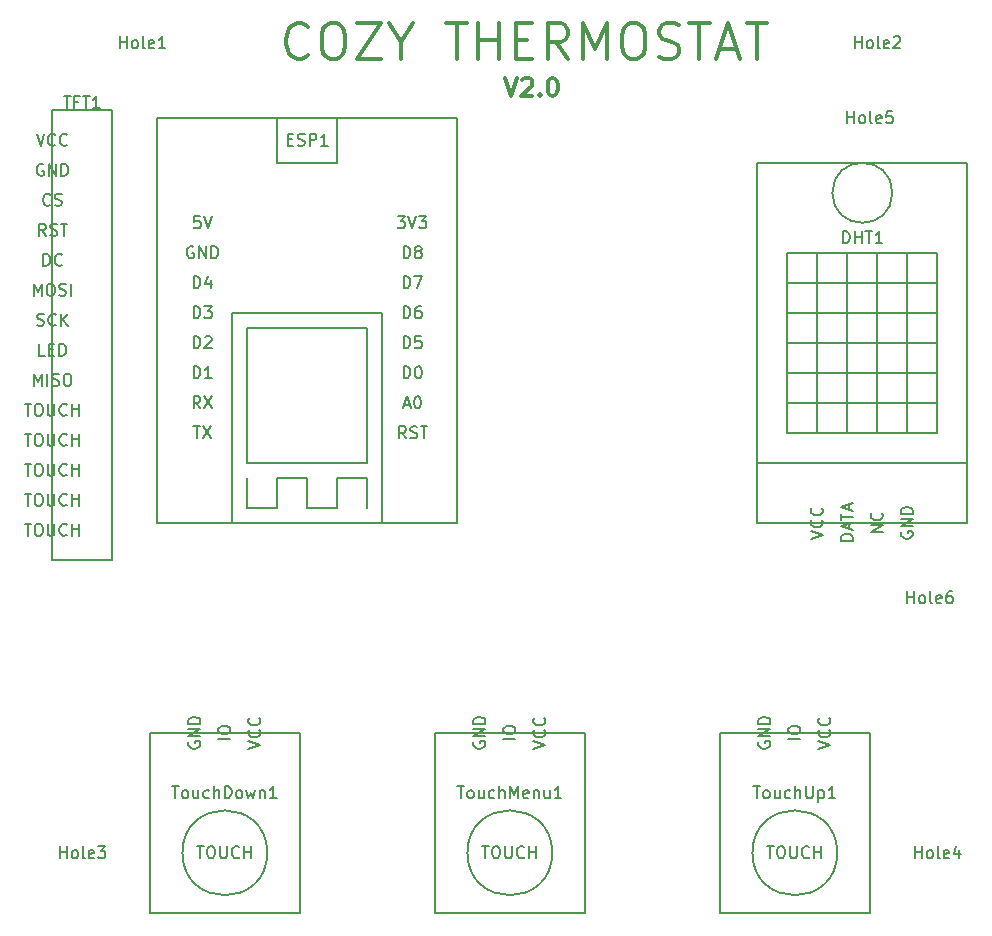
<source format=gbr>
G04 #@! TF.GenerationSoftware,KiCad,Pcbnew,(5.0.1)-3*
G04 #@! TF.CreationDate,2018-12-23T12:58:08+01:00*
G04 #@! TF.ProjectId,THERMOSTAT,544845524D4F535441542E6B69636164,rev?*
G04 #@! TF.SameCoordinates,Original*
G04 #@! TF.FileFunction,Legend,Top*
G04 #@! TF.FilePolarity,Positive*
%FSLAX46Y46*%
G04 Gerber Fmt 4.6, Leading zero omitted, Abs format (unit mm)*
G04 Created by KiCad (PCBNEW (5.0.1)-3) date 12/23/2018 12:58:08 PM*
%MOMM*%
%LPD*%
G01*
G04 APERTURE LIST*
%ADD10C,0.300000*%
%ADD11C,0.150000*%
G04 APERTURE END LIST*
D10*
X150114285Y-67123571D02*
X150614285Y-68623571D01*
X151114285Y-67123571D01*
X151542857Y-67266428D02*
X151614285Y-67195000D01*
X151757142Y-67123571D01*
X152114285Y-67123571D01*
X152257142Y-67195000D01*
X152328571Y-67266428D01*
X152400000Y-67409285D01*
X152400000Y-67552142D01*
X152328571Y-67766428D01*
X151471428Y-68623571D01*
X152400000Y-68623571D01*
X153042857Y-68480714D02*
X153114285Y-68552142D01*
X153042857Y-68623571D01*
X152971428Y-68552142D01*
X153042857Y-68480714D01*
X153042857Y-68623571D01*
X154042857Y-67123571D02*
X154185714Y-67123571D01*
X154328571Y-67195000D01*
X154400000Y-67266428D01*
X154471428Y-67409285D01*
X154542857Y-67695000D01*
X154542857Y-68052142D01*
X154471428Y-68337857D01*
X154400000Y-68480714D01*
X154328571Y-68552142D01*
X154185714Y-68623571D01*
X154042857Y-68623571D01*
X153900000Y-68552142D01*
X153828571Y-68480714D01*
X153757142Y-68337857D01*
X153685714Y-68052142D01*
X153685714Y-67695000D01*
X153757142Y-67409285D01*
X153828571Y-67266428D01*
X153900000Y-67195000D01*
X154042857Y-67123571D01*
X133407857Y-65206428D02*
X133265000Y-65349285D01*
X132836428Y-65492142D01*
X132550714Y-65492142D01*
X132122142Y-65349285D01*
X131836428Y-65063571D01*
X131693571Y-64777857D01*
X131550714Y-64206428D01*
X131550714Y-63777857D01*
X131693571Y-63206428D01*
X131836428Y-62920714D01*
X132122142Y-62635000D01*
X132550714Y-62492142D01*
X132836428Y-62492142D01*
X133265000Y-62635000D01*
X133407857Y-62777857D01*
X135265000Y-62492142D02*
X135836428Y-62492142D01*
X136122142Y-62635000D01*
X136407857Y-62920714D01*
X136550714Y-63492142D01*
X136550714Y-64492142D01*
X136407857Y-65063571D01*
X136122142Y-65349285D01*
X135836428Y-65492142D01*
X135265000Y-65492142D01*
X134979285Y-65349285D01*
X134693571Y-65063571D01*
X134550714Y-64492142D01*
X134550714Y-63492142D01*
X134693571Y-62920714D01*
X134979285Y-62635000D01*
X135265000Y-62492142D01*
X137550714Y-62492142D02*
X139550714Y-62492142D01*
X137550714Y-65492142D01*
X139550714Y-65492142D01*
X141265000Y-64063571D02*
X141265000Y-65492142D01*
X140265000Y-62492142D02*
X141265000Y-64063571D01*
X142265000Y-62492142D01*
X145122142Y-62492142D02*
X146836428Y-62492142D01*
X145979285Y-65492142D02*
X145979285Y-62492142D01*
X147836428Y-65492142D02*
X147836428Y-62492142D01*
X147836428Y-63920714D02*
X149550714Y-63920714D01*
X149550714Y-65492142D02*
X149550714Y-62492142D01*
X150979285Y-63920714D02*
X151979285Y-63920714D01*
X152407857Y-65492142D02*
X150979285Y-65492142D01*
X150979285Y-62492142D01*
X152407857Y-62492142D01*
X155407857Y-65492142D02*
X154407857Y-64063571D01*
X153693571Y-65492142D02*
X153693571Y-62492142D01*
X154836428Y-62492142D01*
X155122142Y-62635000D01*
X155265000Y-62777857D01*
X155407857Y-63063571D01*
X155407857Y-63492142D01*
X155265000Y-63777857D01*
X155122142Y-63920714D01*
X154836428Y-64063571D01*
X153693571Y-64063571D01*
X156693571Y-65492142D02*
X156693571Y-62492142D01*
X157693571Y-64635000D01*
X158693571Y-62492142D01*
X158693571Y-65492142D01*
X160693571Y-62492142D02*
X161265000Y-62492142D01*
X161550714Y-62635000D01*
X161836428Y-62920714D01*
X161979285Y-63492142D01*
X161979285Y-64492142D01*
X161836428Y-65063571D01*
X161550714Y-65349285D01*
X161265000Y-65492142D01*
X160693571Y-65492142D01*
X160407857Y-65349285D01*
X160122142Y-65063571D01*
X159979285Y-64492142D01*
X159979285Y-63492142D01*
X160122142Y-62920714D01*
X160407857Y-62635000D01*
X160693571Y-62492142D01*
X163122142Y-65349285D02*
X163550714Y-65492142D01*
X164265000Y-65492142D01*
X164550714Y-65349285D01*
X164693571Y-65206428D01*
X164836428Y-64920714D01*
X164836428Y-64635000D01*
X164693571Y-64349285D01*
X164550714Y-64206428D01*
X164265000Y-64063571D01*
X163693571Y-63920714D01*
X163407857Y-63777857D01*
X163265000Y-63635000D01*
X163122142Y-63349285D01*
X163122142Y-63063571D01*
X163265000Y-62777857D01*
X163407857Y-62635000D01*
X163693571Y-62492142D01*
X164407857Y-62492142D01*
X164836428Y-62635000D01*
X165693571Y-62492142D02*
X167407857Y-62492142D01*
X166550714Y-65492142D02*
X166550714Y-62492142D01*
X168265000Y-64635000D02*
X169693571Y-64635000D01*
X167979285Y-65492142D02*
X168979285Y-62492142D01*
X169979285Y-65492142D01*
X170550714Y-62492142D02*
X172265000Y-62492142D01*
X171407857Y-65492142D02*
X171407857Y-62492142D01*
D11*
G04 #@! TO.C,ESP1*
X130810000Y-74295000D02*
X130810000Y-70485000D01*
X135890000Y-74295000D02*
X130810000Y-74295000D01*
X135890000Y-70485000D02*
X135890000Y-74295000D01*
X138430000Y-100965000D02*
X138430000Y-103505000D01*
X135890000Y-100965000D02*
X138430000Y-100965000D01*
X135890000Y-103505000D02*
X135890000Y-100965000D01*
X133350000Y-103505000D02*
X135890000Y-103505000D01*
X133350000Y-100965000D02*
X133350000Y-103505000D01*
X130810000Y-100965000D02*
X133350000Y-100965000D01*
X130810000Y-103505000D02*
X130810000Y-100965000D01*
X128270000Y-103505000D02*
X130810000Y-103505000D01*
X128270000Y-100965000D02*
X128270000Y-103505000D01*
X138430000Y-99695000D02*
X138430000Y-98425000D01*
X128270000Y-99695000D02*
X138430000Y-99695000D01*
X128270000Y-88265000D02*
X128270000Y-99695000D01*
X138430000Y-88265000D02*
X128270000Y-88265000D01*
X138430000Y-98425000D02*
X138430000Y-88265000D01*
X127000000Y-104775000D02*
X138430000Y-104775000D01*
X127000000Y-86995000D02*
X127000000Y-104775000D01*
X128270000Y-86995000D02*
X127000000Y-86995000D01*
X139700000Y-86995000D02*
X128270000Y-86995000D01*
X139700000Y-104775000D02*
X139700000Y-86995000D01*
X146050000Y-70485000D02*
X146050000Y-104775000D01*
X120650000Y-70485000D02*
X146050000Y-70485000D01*
X120650000Y-104775000D02*
X120650000Y-70485000D01*
X146050000Y-104775000D02*
X120650000Y-104775000D01*
G04 #@! TO.C,TouchMenu1*
X154087102Y-132715000D02*
G75*
G03X154087102Y-132715000I-3592102J0D01*
G01*
X156845000Y-122555000D02*
X156845000Y-137795000D01*
X144145000Y-122555000D02*
X156845000Y-122555000D01*
X144145000Y-137795000D02*
X144145000Y-122555000D01*
X156845000Y-137795000D02*
X144145000Y-137795000D01*
G04 #@! TO.C,TouchUp1*
X178217102Y-132715000D02*
G75*
G03X178217102Y-132715000I-3592102J0D01*
G01*
X180975000Y-122555000D02*
X180975000Y-137795000D01*
X168275000Y-122555000D02*
X180975000Y-122555000D01*
X168275000Y-137795000D02*
X168275000Y-122555000D01*
X180975000Y-137795000D02*
X168275000Y-137795000D01*
G04 #@! TO.C,DHT1*
X184150000Y-97155000D02*
X184150000Y-81915000D01*
X181610000Y-97155000D02*
X184150000Y-97155000D01*
X181610000Y-81915000D02*
X181610000Y-97155000D01*
X179070000Y-81915000D02*
X181610000Y-81915000D01*
X179070000Y-97155000D02*
X179070000Y-81915000D01*
X176530000Y-97155000D02*
X179070000Y-97155000D01*
X176530000Y-81915000D02*
X176530000Y-97155000D01*
X173990000Y-81915000D02*
X173990000Y-94615000D01*
X186690000Y-81915000D02*
X173990000Y-81915000D01*
X186690000Y-97155000D02*
X186690000Y-81915000D01*
X173990000Y-97155000D02*
X186690000Y-97155000D01*
X173990000Y-94615000D02*
X173990000Y-97155000D01*
X186690000Y-94615000D02*
X173990000Y-94615000D01*
X186690000Y-92075000D02*
X186690000Y-94615000D01*
X173990000Y-92075000D02*
X186690000Y-92075000D01*
X173990000Y-89535000D02*
X173990000Y-92075000D01*
X186690000Y-89535000D02*
X173990000Y-89535000D01*
X186690000Y-86995000D02*
X186690000Y-89535000D01*
X173990000Y-86995000D02*
X186690000Y-86995000D01*
X173990000Y-84455000D02*
X173990000Y-86995000D01*
X186690000Y-84455000D02*
X173990000Y-84455000D01*
X186690000Y-81915000D02*
X186690000Y-84455000D01*
X173990000Y-81915000D02*
X186690000Y-81915000D01*
X182880000Y-76835000D02*
G75*
G03X182880000Y-76835000I-2540000J0D01*
G01*
X189230000Y-104775000D02*
X189230000Y-99695000D01*
X171450000Y-104775000D02*
X189230000Y-104775000D01*
X171450000Y-99695000D02*
X171450000Y-104775000D01*
X171450000Y-99695000D02*
X171450000Y-74295000D01*
X189230000Y-99695000D02*
X171450000Y-99695000D01*
X189230000Y-74295000D02*
X189230000Y-99695000D01*
X171450000Y-74295000D02*
X189230000Y-74295000D01*
G04 #@! TO.C,TouchDown1*
X129957102Y-132715000D02*
G75*
G03X129957102Y-132715000I-3592102J0D01*
G01*
X132715000Y-122555000D02*
X132715000Y-137795000D01*
X120015000Y-122555000D02*
X132715000Y-122555000D01*
X120015000Y-137795000D02*
X120015000Y-122555000D01*
X132715000Y-137795000D02*
X120015000Y-137795000D01*
G04 #@! TO.C,TFT1*
X111760000Y-107950000D02*
X116840000Y-107950000D01*
X116840000Y-69850000D02*
X116840000Y-107950000D01*
X111760000Y-69850000D02*
X116840000Y-69850000D01*
X111760000Y-107950000D02*
X111760000Y-69850000D01*
G04 #@! TO.C,ESP1*
X131683333Y-72318571D02*
X132016666Y-72318571D01*
X132159523Y-72842380D02*
X131683333Y-72842380D01*
X131683333Y-71842380D01*
X132159523Y-71842380D01*
X132540476Y-72794761D02*
X132683333Y-72842380D01*
X132921428Y-72842380D01*
X133016666Y-72794761D01*
X133064285Y-72747142D01*
X133111904Y-72651904D01*
X133111904Y-72556666D01*
X133064285Y-72461428D01*
X133016666Y-72413809D01*
X132921428Y-72366190D01*
X132730952Y-72318571D01*
X132635714Y-72270952D01*
X132588095Y-72223333D01*
X132540476Y-72128095D01*
X132540476Y-72032857D01*
X132588095Y-71937619D01*
X132635714Y-71890000D01*
X132730952Y-71842380D01*
X132969047Y-71842380D01*
X133111904Y-71890000D01*
X133540476Y-72842380D02*
X133540476Y-71842380D01*
X133921428Y-71842380D01*
X134016666Y-71890000D01*
X134064285Y-71937619D01*
X134111904Y-72032857D01*
X134111904Y-72175714D01*
X134064285Y-72270952D01*
X134016666Y-72318571D01*
X133921428Y-72366190D01*
X133540476Y-72366190D01*
X135064285Y-72842380D02*
X134492857Y-72842380D01*
X134778571Y-72842380D02*
X134778571Y-71842380D01*
X134683333Y-71985238D01*
X134588095Y-72080476D01*
X134492857Y-72128095D01*
X141001904Y-78827380D02*
X141620952Y-78827380D01*
X141287619Y-79208333D01*
X141430476Y-79208333D01*
X141525714Y-79255952D01*
X141573333Y-79303571D01*
X141620952Y-79398809D01*
X141620952Y-79636904D01*
X141573333Y-79732142D01*
X141525714Y-79779761D01*
X141430476Y-79827380D01*
X141144761Y-79827380D01*
X141049523Y-79779761D01*
X141001904Y-79732142D01*
X141906666Y-78827380D02*
X142240000Y-79827380D01*
X142573333Y-78827380D01*
X142811428Y-78827380D02*
X143430476Y-78827380D01*
X143097142Y-79208333D01*
X143240000Y-79208333D01*
X143335238Y-79255952D01*
X143382857Y-79303571D01*
X143430476Y-79398809D01*
X143430476Y-79636904D01*
X143382857Y-79732142D01*
X143335238Y-79779761D01*
X143240000Y-79827380D01*
X142954285Y-79827380D01*
X142859047Y-79779761D01*
X142811428Y-79732142D01*
X141501904Y-82367380D02*
X141501904Y-81367380D01*
X141740000Y-81367380D01*
X141882857Y-81415000D01*
X141978095Y-81510238D01*
X142025714Y-81605476D01*
X142073333Y-81795952D01*
X142073333Y-81938809D01*
X142025714Y-82129285D01*
X141978095Y-82224523D01*
X141882857Y-82319761D01*
X141740000Y-82367380D01*
X141501904Y-82367380D01*
X142644761Y-81795952D02*
X142549523Y-81748333D01*
X142501904Y-81700714D01*
X142454285Y-81605476D01*
X142454285Y-81557857D01*
X142501904Y-81462619D01*
X142549523Y-81415000D01*
X142644761Y-81367380D01*
X142835238Y-81367380D01*
X142930476Y-81415000D01*
X142978095Y-81462619D01*
X143025714Y-81557857D01*
X143025714Y-81605476D01*
X142978095Y-81700714D01*
X142930476Y-81748333D01*
X142835238Y-81795952D01*
X142644761Y-81795952D01*
X142549523Y-81843571D01*
X142501904Y-81891190D01*
X142454285Y-81986428D01*
X142454285Y-82176904D01*
X142501904Y-82272142D01*
X142549523Y-82319761D01*
X142644761Y-82367380D01*
X142835238Y-82367380D01*
X142930476Y-82319761D01*
X142978095Y-82272142D01*
X143025714Y-82176904D01*
X143025714Y-81986428D01*
X142978095Y-81891190D01*
X142930476Y-81843571D01*
X142835238Y-81795952D01*
X141501904Y-84907380D02*
X141501904Y-83907380D01*
X141740000Y-83907380D01*
X141882857Y-83955000D01*
X141978095Y-84050238D01*
X142025714Y-84145476D01*
X142073333Y-84335952D01*
X142073333Y-84478809D01*
X142025714Y-84669285D01*
X141978095Y-84764523D01*
X141882857Y-84859761D01*
X141740000Y-84907380D01*
X141501904Y-84907380D01*
X142406666Y-83907380D02*
X143073333Y-83907380D01*
X142644761Y-84907380D01*
X141501904Y-87447380D02*
X141501904Y-86447380D01*
X141740000Y-86447380D01*
X141882857Y-86495000D01*
X141978095Y-86590238D01*
X142025714Y-86685476D01*
X142073333Y-86875952D01*
X142073333Y-87018809D01*
X142025714Y-87209285D01*
X141978095Y-87304523D01*
X141882857Y-87399761D01*
X141740000Y-87447380D01*
X141501904Y-87447380D01*
X142930476Y-86447380D02*
X142740000Y-86447380D01*
X142644761Y-86495000D01*
X142597142Y-86542619D01*
X142501904Y-86685476D01*
X142454285Y-86875952D01*
X142454285Y-87256904D01*
X142501904Y-87352142D01*
X142549523Y-87399761D01*
X142644761Y-87447380D01*
X142835238Y-87447380D01*
X142930476Y-87399761D01*
X142978095Y-87352142D01*
X143025714Y-87256904D01*
X143025714Y-87018809D01*
X142978095Y-86923571D01*
X142930476Y-86875952D01*
X142835238Y-86828333D01*
X142644761Y-86828333D01*
X142549523Y-86875952D01*
X142501904Y-86923571D01*
X142454285Y-87018809D01*
X141501904Y-89987380D02*
X141501904Y-88987380D01*
X141740000Y-88987380D01*
X141882857Y-89035000D01*
X141978095Y-89130238D01*
X142025714Y-89225476D01*
X142073333Y-89415952D01*
X142073333Y-89558809D01*
X142025714Y-89749285D01*
X141978095Y-89844523D01*
X141882857Y-89939761D01*
X141740000Y-89987380D01*
X141501904Y-89987380D01*
X142978095Y-88987380D02*
X142501904Y-88987380D01*
X142454285Y-89463571D01*
X142501904Y-89415952D01*
X142597142Y-89368333D01*
X142835238Y-89368333D01*
X142930476Y-89415952D01*
X142978095Y-89463571D01*
X143025714Y-89558809D01*
X143025714Y-89796904D01*
X142978095Y-89892142D01*
X142930476Y-89939761D01*
X142835238Y-89987380D01*
X142597142Y-89987380D01*
X142501904Y-89939761D01*
X142454285Y-89892142D01*
X141501904Y-92527380D02*
X141501904Y-91527380D01*
X141740000Y-91527380D01*
X141882857Y-91575000D01*
X141978095Y-91670238D01*
X142025714Y-91765476D01*
X142073333Y-91955952D01*
X142073333Y-92098809D01*
X142025714Y-92289285D01*
X141978095Y-92384523D01*
X141882857Y-92479761D01*
X141740000Y-92527380D01*
X141501904Y-92527380D01*
X142692380Y-91527380D02*
X142787619Y-91527380D01*
X142882857Y-91575000D01*
X142930476Y-91622619D01*
X142978095Y-91717857D01*
X143025714Y-91908333D01*
X143025714Y-92146428D01*
X142978095Y-92336904D01*
X142930476Y-92432142D01*
X142882857Y-92479761D01*
X142787619Y-92527380D01*
X142692380Y-92527380D01*
X142597142Y-92479761D01*
X142549523Y-92432142D01*
X142501904Y-92336904D01*
X142454285Y-92146428D01*
X142454285Y-91908333D01*
X142501904Y-91717857D01*
X142549523Y-91622619D01*
X142597142Y-91575000D01*
X142692380Y-91527380D01*
X141525714Y-94781666D02*
X142001904Y-94781666D01*
X141430476Y-95067380D02*
X141763809Y-94067380D01*
X142097142Y-95067380D01*
X142620952Y-94067380D02*
X142716190Y-94067380D01*
X142811428Y-94115000D01*
X142859047Y-94162619D01*
X142906666Y-94257857D01*
X142954285Y-94448333D01*
X142954285Y-94686428D01*
X142906666Y-94876904D01*
X142859047Y-94972142D01*
X142811428Y-95019761D01*
X142716190Y-95067380D01*
X142620952Y-95067380D01*
X142525714Y-95019761D01*
X142478095Y-94972142D01*
X142430476Y-94876904D01*
X142382857Y-94686428D01*
X142382857Y-94448333D01*
X142430476Y-94257857D01*
X142478095Y-94162619D01*
X142525714Y-94115000D01*
X142620952Y-94067380D01*
X141692380Y-97607380D02*
X141359047Y-97131190D01*
X141120952Y-97607380D02*
X141120952Y-96607380D01*
X141501904Y-96607380D01*
X141597142Y-96655000D01*
X141644761Y-96702619D01*
X141692380Y-96797857D01*
X141692380Y-96940714D01*
X141644761Y-97035952D01*
X141597142Y-97083571D01*
X141501904Y-97131190D01*
X141120952Y-97131190D01*
X142073333Y-97559761D02*
X142216190Y-97607380D01*
X142454285Y-97607380D01*
X142549523Y-97559761D01*
X142597142Y-97512142D01*
X142644761Y-97416904D01*
X142644761Y-97321666D01*
X142597142Y-97226428D01*
X142549523Y-97178809D01*
X142454285Y-97131190D01*
X142263809Y-97083571D01*
X142168571Y-97035952D01*
X142120952Y-96988333D01*
X142073333Y-96893095D01*
X142073333Y-96797857D01*
X142120952Y-96702619D01*
X142168571Y-96655000D01*
X142263809Y-96607380D01*
X142501904Y-96607380D01*
X142644761Y-96655000D01*
X142930476Y-96607380D02*
X143501904Y-96607380D01*
X143216190Y-97607380D02*
X143216190Y-96607380D01*
X124269523Y-78827380D02*
X123793333Y-78827380D01*
X123745714Y-79303571D01*
X123793333Y-79255952D01*
X123888571Y-79208333D01*
X124126666Y-79208333D01*
X124221904Y-79255952D01*
X124269523Y-79303571D01*
X124317142Y-79398809D01*
X124317142Y-79636904D01*
X124269523Y-79732142D01*
X124221904Y-79779761D01*
X124126666Y-79827380D01*
X123888571Y-79827380D01*
X123793333Y-79779761D01*
X123745714Y-79732142D01*
X124602857Y-78827380D02*
X124936190Y-79827380D01*
X125269523Y-78827380D01*
X123698095Y-81415000D02*
X123602857Y-81367380D01*
X123460000Y-81367380D01*
X123317142Y-81415000D01*
X123221904Y-81510238D01*
X123174285Y-81605476D01*
X123126666Y-81795952D01*
X123126666Y-81938809D01*
X123174285Y-82129285D01*
X123221904Y-82224523D01*
X123317142Y-82319761D01*
X123460000Y-82367380D01*
X123555238Y-82367380D01*
X123698095Y-82319761D01*
X123745714Y-82272142D01*
X123745714Y-81938809D01*
X123555238Y-81938809D01*
X124174285Y-82367380D02*
X124174285Y-81367380D01*
X124745714Y-82367380D01*
X124745714Y-81367380D01*
X125221904Y-82367380D02*
X125221904Y-81367380D01*
X125460000Y-81367380D01*
X125602857Y-81415000D01*
X125698095Y-81510238D01*
X125745714Y-81605476D01*
X125793333Y-81795952D01*
X125793333Y-81938809D01*
X125745714Y-82129285D01*
X125698095Y-82224523D01*
X125602857Y-82319761D01*
X125460000Y-82367380D01*
X125221904Y-82367380D01*
X123721904Y-84907380D02*
X123721904Y-83907380D01*
X123960000Y-83907380D01*
X124102857Y-83955000D01*
X124198095Y-84050238D01*
X124245714Y-84145476D01*
X124293333Y-84335952D01*
X124293333Y-84478809D01*
X124245714Y-84669285D01*
X124198095Y-84764523D01*
X124102857Y-84859761D01*
X123960000Y-84907380D01*
X123721904Y-84907380D01*
X125150476Y-84240714D02*
X125150476Y-84907380D01*
X124912380Y-83859761D02*
X124674285Y-84574047D01*
X125293333Y-84574047D01*
X123721904Y-87447380D02*
X123721904Y-86447380D01*
X123960000Y-86447380D01*
X124102857Y-86495000D01*
X124198095Y-86590238D01*
X124245714Y-86685476D01*
X124293333Y-86875952D01*
X124293333Y-87018809D01*
X124245714Y-87209285D01*
X124198095Y-87304523D01*
X124102857Y-87399761D01*
X123960000Y-87447380D01*
X123721904Y-87447380D01*
X124626666Y-86447380D02*
X125245714Y-86447380D01*
X124912380Y-86828333D01*
X125055238Y-86828333D01*
X125150476Y-86875952D01*
X125198095Y-86923571D01*
X125245714Y-87018809D01*
X125245714Y-87256904D01*
X125198095Y-87352142D01*
X125150476Y-87399761D01*
X125055238Y-87447380D01*
X124769523Y-87447380D01*
X124674285Y-87399761D01*
X124626666Y-87352142D01*
X123721904Y-89987380D02*
X123721904Y-88987380D01*
X123960000Y-88987380D01*
X124102857Y-89035000D01*
X124198095Y-89130238D01*
X124245714Y-89225476D01*
X124293333Y-89415952D01*
X124293333Y-89558809D01*
X124245714Y-89749285D01*
X124198095Y-89844523D01*
X124102857Y-89939761D01*
X123960000Y-89987380D01*
X123721904Y-89987380D01*
X124674285Y-89082619D02*
X124721904Y-89035000D01*
X124817142Y-88987380D01*
X125055238Y-88987380D01*
X125150476Y-89035000D01*
X125198095Y-89082619D01*
X125245714Y-89177857D01*
X125245714Y-89273095D01*
X125198095Y-89415952D01*
X124626666Y-89987380D01*
X125245714Y-89987380D01*
X123721904Y-92527380D02*
X123721904Y-91527380D01*
X123960000Y-91527380D01*
X124102857Y-91575000D01*
X124198095Y-91670238D01*
X124245714Y-91765476D01*
X124293333Y-91955952D01*
X124293333Y-92098809D01*
X124245714Y-92289285D01*
X124198095Y-92384523D01*
X124102857Y-92479761D01*
X123960000Y-92527380D01*
X123721904Y-92527380D01*
X125245714Y-92527380D02*
X124674285Y-92527380D01*
X124960000Y-92527380D02*
X124960000Y-91527380D01*
X124864761Y-91670238D01*
X124769523Y-91765476D01*
X124674285Y-91813095D01*
X124293333Y-95067380D02*
X123960000Y-94591190D01*
X123721904Y-95067380D02*
X123721904Y-94067380D01*
X124102857Y-94067380D01*
X124198095Y-94115000D01*
X124245714Y-94162619D01*
X124293333Y-94257857D01*
X124293333Y-94400714D01*
X124245714Y-94495952D01*
X124198095Y-94543571D01*
X124102857Y-94591190D01*
X123721904Y-94591190D01*
X124626666Y-94067380D02*
X125293333Y-95067380D01*
X125293333Y-94067380D02*
X124626666Y-95067380D01*
X123698095Y-96607380D02*
X124269523Y-96607380D01*
X123983809Y-97607380D02*
X123983809Y-96607380D01*
X124507619Y-96607380D02*
X125174285Y-97607380D01*
X125174285Y-96607380D02*
X124507619Y-97607380D01*
G04 #@! TO.C,TouchMenu1*
X146042619Y-127087380D02*
X146614047Y-127087380D01*
X146328333Y-128087380D02*
X146328333Y-127087380D01*
X147090238Y-128087380D02*
X146995000Y-128039761D01*
X146947380Y-127992142D01*
X146899761Y-127896904D01*
X146899761Y-127611190D01*
X146947380Y-127515952D01*
X146995000Y-127468333D01*
X147090238Y-127420714D01*
X147233095Y-127420714D01*
X147328333Y-127468333D01*
X147375952Y-127515952D01*
X147423571Y-127611190D01*
X147423571Y-127896904D01*
X147375952Y-127992142D01*
X147328333Y-128039761D01*
X147233095Y-128087380D01*
X147090238Y-128087380D01*
X148280714Y-127420714D02*
X148280714Y-128087380D01*
X147852142Y-127420714D02*
X147852142Y-127944523D01*
X147899761Y-128039761D01*
X147995000Y-128087380D01*
X148137857Y-128087380D01*
X148233095Y-128039761D01*
X148280714Y-127992142D01*
X149185476Y-128039761D02*
X149090238Y-128087380D01*
X148899761Y-128087380D01*
X148804523Y-128039761D01*
X148756904Y-127992142D01*
X148709285Y-127896904D01*
X148709285Y-127611190D01*
X148756904Y-127515952D01*
X148804523Y-127468333D01*
X148899761Y-127420714D01*
X149090238Y-127420714D01*
X149185476Y-127468333D01*
X149614047Y-128087380D02*
X149614047Y-127087380D01*
X150042619Y-128087380D02*
X150042619Y-127563571D01*
X149995000Y-127468333D01*
X149899761Y-127420714D01*
X149756904Y-127420714D01*
X149661666Y-127468333D01*
X149614047Y-127515952D01*
X150518809Y-128087380D02*
X150518809Y-127087380D01*
X150852142Y-127801666D01*
X151185476Y-127087380D01*
X151185476Y-128087380D01*
X152042619Y-128039761D02*
X151947380Y-128087380D01*
X151756904Y-128087380D01*
X151661666Y-128039761D01*
X151614047Y-127944523D01*
X151614047Y-127563571D01*
X151661666Y-127468333D01*
X151756904Y-127420714D01*
X151947380Y-127420714D01*
X152042619Y-127468333D01*
X152090238Y-127563571D01*
X152090238Y-127658809D01*
X151614047Y-127754047D01*
X152518809Y-127420714D02*
X152518809Y-128087380D01*
X152518809Y-127515952D02*
X152566428Y-127468333D01*
X152661666Y-127420714D01*
X152804523Y-127420714D01*
X152899761Y-127468333D01*
X152947380Y-127563571D01*
X152947380Y-128087380D01*
X153852142Y-127420714D02*
X153852142Y-128087380D01*
X153423571Y-127420714D02*
X153423571Y-127944523D01*
X153471190Y-128039761D01*
X153566428Y-128087380D01*
X153709285Y-128087380D01*
X153804523Y-128039761D01*
X153852142Y-127992142D01*
X154852142Y-128087380D02*
X154280714Y-128087380D01*
X154566428Y-128087380D02*
X154566428Y-127087380D01*
X154471190Y-127230238D01*
X154375952Y-127325476D01*
X154280714Y-127373095D01*
X147455000Y-123316904D02*
X147407380Y-123412142D01*
X147407380Y-123555000D01*
X147455000Y-123697857D01*
X147550238Y-123793095D01*
X147645476Y-123840714D01*
X147835952Y-123888333D01*
X147978809Y-123888333D01*
X148169285Y-123840714D01*
X148264523Y-123793095D01*
X148359761Y-123697857D01*
X148407380Y-123555000D01*
X148407380Y-123459761D01*
X148359761Y-123316904D01*
X148312142Y-123269285D01*
X147978809Y-123269285D01*
X147978809Y-123459761D01*
X148407380Y-122840714D02*
X147407380Y-122840714D01*
X148407380Y-122269285D01*
X147407380Y-122269285D01*
X148407380Y-121793095D02*
X147407380Y-121793095D01*
X147407380Y-121555000D01*
X147455000Y-121412142D01*
X147550238Y-121316904D01*
X147645476Y-121269285D01*
X147835952Y-121221666D01*
X147978809Y-121221666D01*
X148169285Y-121269285D01*
X148264523Y-121316904D01*
X148359761Y-121412142D01*
X148407380Y-121555000D01*
X148407380Y-121793095D01*
X150947380Y-123078809D02*
X149947380Y-123078809D01*
X149947380Y-122412142D02*
X149947380Y-122221666D01*
X149995000Y-122126428D01*
X150090238Y-122031190D01*
X150280714Y-121983571D01*
X150614047Y-121983571D01*
X150804523Y-122031190D01*
X150899761Y-122126428D01*
X150947380Y-122221666D01*
X150947380Y-122412142D01*
X150899761Y-122507380D01*
X150804523Y-122602619D01*
X150614047Y-122650238D01*
X150280714Y-122650238D01*
X150090238Y-122602619D01*
X149995000Y-122507380D01*
X149947380Y-122412142D01*
X152487380Y-123888333D02*
X153487380Y-123555000D01*
X152487380Y-123221666D01*
X153392142Y-122316904D02*
X153439761Y-122364523D01*
X153487380Y-122507380D01*
X153487380Y-122602619D01*
X153439761Y-122745476D01*
X153344523Y-122840714D01*
X153249285Y-122888333D01*
X153058809Y-122935952D01*
X152915952Y-122935952D01*
X152725476Y-122888333D01*
X152630238Y-122840714D01*
X152535000Y-122745476D01*
X152487380Y-122602619D01*
X152487380Y-122507380D01*
X152535000Y-122364523D01*
X152582619Y-122316904D01*
X153392142Y-121316904D02*
X153439761Y-121364523D01*
X153487380Y-121507380D01*
X153487380Y-121602619D01*
X153439761Y-121745476D01*
X153344523Y-121840714D01*
X153249285Y-121888333D01*
X153058809Y-121935952D01*
X152915952Y-121935952D01*
X152725476Y-121888333D01*
X152630238Y-121840714D01*
X152535000Y-121745476D01*
X152487380Y-121602619D01*
X152487380Y-121507380D01*
X152535000Y-121364523D01*
X152582619Y-121316904D01*
X148137857Y-132167380D02*
X148709285Y-132167380D01*
X148423571Y-133167380D02*
X148423571Y-132167380D01*
X149233095Y-132167380D02*
X149423571Y-132167380D01*
X149518809Y-132215000D01*
X149614047Y-132310238D01*
X149661666Y-132500714D01*
X149661666Y-132834047D01*
X149614047Y-133024523D01*
X149518809Y-133119761D01*
X149423571Y-133167380D01*
X149233095Y-133167380D01*
X149137857Y-133119761D01*
X149042619Y-133024523D01*
X148995000Y-132834047D01*
X148995000Y-132500714D01*
X149042619Y-132310238D01*
X149137857Y-132215000D01*
X149233095Y-132167380D01*
X150090238Y-132167380D02*
X150090238Y-132976904D01*
X150137857Y-133072142D01*
X150185476Y-133119761D01*
X150280714Y-133167380D01*
X150471190Y-133167380D01*
X150566428Y-133119761D01*
X150614047Y-133072142D01*
X150661666Y-132976904D01*
X150661666Y-132167380D01*
X151709285Y-133072142D02*
X151661666Y-133119761D01*
X151518809Y-133167380D01*
X151423571Y-133167380D01*
X151280714Y-133119761D01*
X151185476Y-133024523D01*
X151137857Y-132929285D01*
X151090238Y-132738809D01*
X151090238Y-132595952D01*
X151137857Y-132405476D01*
X151185476Y-132310238D01*
X151280714Y-132215000D01*
X151423571Y-132167380D01*
X151518809Y-132167380D01*
X151661666Y-132215000D01*
X151709285Y-132262619D01*
X152137857Y-133167380D02*
X152137857Y-132167380D01*
X152137857Y-132643571D02*
X152709285Y-132643571D01*
X152709285Y-133167380D02*
X152709285Y-132167380D01*
G04 #@! TO.C,Hole6*
X184150238Y-111577380D02*
X184150238Y-110577380D01*
X184150238Y-111053571D02*
X184721666Y-111053571D01*
X184721666Y-111577380D02*
X184721666Y-110577380D01*
X185340714Y-111577380D02*
X185245476Y-111529761D01*
X185197857Y-111482142D01*
X185150238Y-111386904D01*
X185150238Y-111101190D01*
X185197857Y-111005952D01*
X185245476Y-110958333D01*
X185340714Y-110910714D01*
X185483571Y-110910714D01*
X185578809Y-110958333D01*
X185626428Y-111005952D01*
X185674047Y-111101190D01*
X185674047Y-111386904D01*
X185626428Y-111482142D01*
X185578809Y-111529761D01*
X185483571Y-111577380D01*
X185340714Y-111577380D01*
X186245476Y-111577380D02*
X186150238Y-111529761D01*
X186102619Y-111434523D01*
X186102619Y-110577380D01*
X187007380Y-111529761D02*
X186912142Y-111577380D01*
X186721666Y-111577380D01*
X186626428Y-111529761D01*
X186578809Y-111434523D01*
X186578809Y-111053571D01*
X186626428Y-110958333D01*
X186721666Y-110910714D01*
X186912142Y-110910714D01*
X187007380Y-110958333D01*
X187055000Y-111053571D01*
X187055000Y-111148809D01*
X186578809Y-111244047D01*
X187912142Y-110577380D02*
X187721666Y-110577380D01*
X187626428Y-110625000D01*
X187578809Y-110672619D01*
X187483571Y-110815476D01*
X187435952Y-111005952D01*
X187435952Y-111386904D01*
X187483571Y-111482142D01*
X187531190Y-111529761D01*
X187626428Y-111577380D01*
X187816904Y-111577380D01*
X187912142Y-111529761D01*
X187959761Y-111482142D01*
X188007380Y-111386904D01*
X188007380Y-111148809D01*
X187959761Y-111053571D01*
X187912142Y-111005952D01*
X187816904Y-110958333D01*
X187626428Y-110958333D01*
X187531190Y-111005952D01*
X187483571Y-111053571D01*
X187435952Y-111148809D01*
G04 #@! TO.C,Hole5*
X179070238Y-70937380D02*
X179070238Y-69937380D01*
X179070238Y-70413571D02*
X179641666Y-70413571D01*
X179641666Y-70937380D02*
X179641666Y-69937380D01*
X180260714Y-70937380D02*
X180165476Y-70889761D01*
X180117857Y-70842142D01*
X180070238Y-70746904D01*
X180070238Y-70461190D01*
X180117857Y-70365952D01*
X180165476Y-70318333D01*
X180260714Y-70270714D01*
X180403571Y-70270714D01*
X180498809Y-70318333D01*
X180546428Y-70365952D01*
X180594047Y-70461190D01*
X180594047Y-70746904D01*
X180546428Y-70842142D01*
X180498809Y-70889761D01*
X180403571Y-70937380D01*
X180260714Y-70937380D01*
X181165476Y-70937380D02*
X181070238Y-70889761D01*
X181022619Y-70794523D01*
X181022619Y-69937380D01*
X181927380Y-70889761D02*
X181832142Y-70937380D01*
X181641666Y-70937380D01*
X181546428Y-70889761D01*
X181498809Y-70794523D01*
X181498809Y-70413571D01*
X181546428Y-70318333D01*
X181641666Y-70270714D01*
X181832142Y-70270714D01*
X181927380Y-70318333D01*
X181975000Y-70413571D01*
X181975000Y-70508809D01*
X181498809Y-70604047D01*
X182879761Y-69937380D02*
X182403571Y-69937380D01*
X182355952Y-70413571D01*
X182403571Y-70365952D01*
X182498809Y-70318333D01*
X182736904Y-70318333D01*
X182832142Y-70365952D01*
X182879761Y-70413571D01*
X182927380Y-70508809D01*
X182927380Y-70746904D01*
X182879761Y-70842142D01*
X182832142Y-70889761D01*
X182736904Y-70937380D01*
X182498809Y-70937380D01*
X182403571Y-70889761D01*
X182355952Y-70842142D01*
G04 #@! TO.C,TouchUp1*
X171101190Y-127087380D02*
X171672619Y-127087380D01*
X171386904Y-128087380D02*
X171386904Y-127087380D01*
X172148809Y-128087380D02*
X172053571Y-128039761D01*
X172005952Y-127992142D01*
X171958333Y-127896904D01*
X171958333Y-127611190D01*
X172005952Y-127515952D01*
X172053571Y-127468333D01*
X172148809Y-127420714D01*
X172291666Y-127420714D01*
X172386904Y-127468333D01*
X172434523Y-127515952D01*
X172482142Y-127611190D01*
X172482142Y-127896904D01*
X172434523Y-127992142D01*
X172386904Y-128039761D01*
X172291666Y-128087380D01*
X172148809Y-128087380D01*
X173339285Y-127420714D02*
X173339285Y-128087380D01*
X172910714Y-127420714D02*
X172910714Y-127944523D01*
X172958333Y-128039761D01*
X173053571Y-128087380D01*
X173196428Y-128087380D01*
X173291666Y-128039761D01*
X173339285Y-127992142D01*
X174244047Y-128039761D02*
X174148809Y-128087380D01*
X173958333Y-128087380D01*
X173863095Y-128039761D01*
X173815476Y-127992142D01*
X173767857Y-127896904D01*
X173767857Y-127611190D01*
X173815476Y-127515952D01*
X173863095Y-127468333D01*
X173958333Y-127420714D01*
X174148809Y-127420714D01*
X174244047Y-127468333D01*
X174672619Y-128087380D02*
X174672619Y-127087380D01*
X175101190Y-128087380D02*
X175101190Y-127563571D01*
X175053571Y-127468333D01*
X174958333Y-127420714D01*
X174815476Y-127420714D01*
X174720238Y-127468333D01*
X174672619Y-127515952D01*
X175577380Y-127087380D02*
X175577380Y-127896904D01*
X175625000Y-127992142D01*
X175672619Y-128039761D01*
X175767857Y-128087380D01*
X175958333Y-128087380D01*
X176053571Y-128039761D01*
X176101190Y-127992142D01*
X176148809Y-127896904D01*
X176148809Y-127087380D01*
X176625000Y-127420714D02*
X176625000Y-128420714D01*
X176625000Y-127468333D02*
X176720238Y-127420714D01*
X176910714Y-127420714D01*
X177005952Y-127468333D01*
X177053571Y-127515952D01*
X177101190Y-127611190D01*
X177101190Y-127896904D01*
X177053571Y-127992142D01*
X177005952Y-128039761D01*
X176910714Y-128087380D01*
X176720238Y-128087380D01*
X176625000Y-128039761D01*
X178053571Y-128087380D02*
X177482142Y-128087380D01*
X177767857Y-128087380D02*
X177767857Y-127087380D01*
X177672619Y-127230238D01*
X177577380Y-127325476D01*
X177482142Y-127373095D01*
X171585000Y-123316904D02*
X171537380Y-123412142D01*
X171537380Y-123555000D01*
X171585000Y-123697857D01*
X171680238Y-123793095D01*
X171775476Y-123840714D01*
X171965952Y-123888333D01*
X172108809Y-123888333D01*
X172299285Y-123840714D01*
X172394523Y-123793095D01*
X172489761Y-123697857D01*
X172537380Y-123555000D01*
X172537380Y-123459761D01*
X172489761Y-123316904D01*
X172442142Y-123269285D01*
X172108809Y-123269285D01*
X172108809Y-123459761D01*
X172537380Y-122840714D02*
X171537380Y-122840714D01*
X172537380Y-122269285D01*
X171537380Y-122269285D01*
X172537380Y-121793095D02*
X171537380Y-121793095D01*
X171537380Y-121555000D01*
X171585000Y-121412142D01*
X171680238Y-121316904D01*
X171775476Y-121269285D01*
X171965952Y-121221666D01*
X172108809Y-121221666D01*
X172299285Y-121269285D01*
X172394523Y-121316904D01*
X172489761Y-121412142D01*
X172537380Y-121555000D01*
X172537380Y-121793095D01*
X175077380Y-123078809D02*
X174077380Y-123078809D01*
X174077380Y-122412142D02*
X174077380Y-122221666D01*
X174125000Y-122126428D01*
X174220238Y-122031190D01*
X174410714Y-121983571D01*
X174744047Y-121983571D01*
X174934523Y-122031190D01*
X175029761Y-122126428D01*
X175077380Y-122221666D01*
X175077380Y-122412142D01*
X175029761Y-122507380D01*
X174934523Y-122602619D01*
X174744047Y-122650238D01*
X174410714Y-122650238D01*
X174220238Y-122602619D01*
X174125000Y-122507380D01*
X174077380Y-122412142D01*
X176617380Y-123888333D02*
X177617380Y-123555000D01*
X176617380Y-123221666D01*
X177522142Y-122316904D02*
X177569761Y-122364523D01*
X177617380Y-122507380D01*
X177617380Y-122602619D01*
X177569761Y-122745476D01*
X177474523Y-122840714D01*
X177379285Y-122888333D01*
X177188809Y-122935952D01*
X177045952Y-122935952D01*
X176855476Y-122888333D01*
X176760238Y-122840714D01*
X176665000Y-122745476D01*
X176617380Y-122602619D01*
X176617380Y-122507380D01*
X176665000Y-122364523D01*
X176712619Y-122316904D01*
X177522142Y-121316904D02*
X177569761Y-121364523D01*
X177617380Y-121507380D01*
X177617380Y-121602619D01*
X177569761Y-121745476D01*
X177474523Y-121840714D01*
X177379285Y-121888333D01*
X177188809Y-121935952D01*
X177045952Y-121935952D01*
X176855476Y-121888333D01*
X176760238Y-121840714D01*
X176665000Y-121745476D01*
X176617380Y-121602619D01*
X176617380Y-121507380D01*
X176665000Y-121364523D01*
X176712619Y-121316904D01*
X172267857Y-132167380D02*
X172839285Y-132167380D01*
X172553571Y-133167380D02*
X172553571Y-132167380D01*
X173363095Y-132167380D02*
X173553571Y-132167380D01*
X173648809Y-132215000D01*
X173744047Y-132310238D01*
X173791666Y-132500714D01*
X173791666Y-132834047D01*
X173744047Y-133024523D01*
X173648809Y-133119761D01*
X173553571Y-133167380D01*
X173363095Y-133167380D01*
X173267857Y-133119761D01*
X173172619Y-133024523D01*
X173125000Y-132834047D01*
X173125000Y-132500714D01*
X173172619Y-132310238D01*
X173267857Y-132215000D01*
X173363095Y-132167380D01*
X174220238Y-132167380D02*
X174220238Y-132976904D01*
X174267857Y-133072142D01*
X174315476Y-133119761D01*
X174410714Y-133167380D01*
X174601190Y-133167380D01*
X174696428Y-133119761D01*
X174744047Y-133072142D01*
X174791666Y-132976904D01*
X174791666Y-132167380D01*
X175839285Y-133072142D02*
X175791666Y-133119761D01*
X175648809Y-133167380D01*
X175553571Y-133167380D01*
X175410714Y-133119761D01*
X175315476Y-133024523D01*
X175267857Y-132929285D01*
X175220238Y-132738809D01*
X175220238Y-132595952D01*
X175267857Y-132405476D01*
X175315476Y-132310238D01*
X175410714Y-132215000D01*
X175553571Y-132167380D01*
X175648809Y-132167380D01*
X175791666Y-132215000D01*
X175839285Y-132262619D01*
X176267857Y-133167380D02*
X176267857Y-132167380D01*
X176267857Y-132643571D02*
X176839285Y-132643571D01*
X176839285Y-133167380D02*
X176839285Y-132167380D01*
G04 #@! TO.C,Hole4*
X184785238Y-133167380D02*
X184785238Y-132167380D01*
X184785238Y-132643571D02*
X185356666Y-132643571D01*
X185356666Y-133167380D02*
X185356666Y-132167380D01*
X185975714Y-133167380D02*
X185880476Y-133119761D01*
X185832857Y-133072142D01*
X185785238Y-132976904D01*
X185785238Y-132691190D01*
X185832857Y-132595952D01*
X185880476Y-132548333D01*
X185975714Y-132500714D01*
X186118571Y-132500714D01*
X186213809Y-132548333D01*
X186261428Y-132595952D01*
X186309047Y-132691190D01*
X186309047Y-132976904D01*
X186261428Y-133072142D01*
X186213809Y-133119761D01*
X186118571Y-133167380D01*
X185975714Y-133167380D01*
X186880476Y-133167380D02*
X186785238Y-133119761D01*
X186737619Y-133024523D01*
X186737619Y-132167380D01*
X187642380Y-133119761D02*
X187547142Y-133167380D01*
X187356666Y-133167380D01*
X187261428Y-133119761D01*
X187213809Y-133024523D01*
X187213809Y-132643571D01*
X187261428Y-132548333D01*
X187356666Y-132500714D01*
X187547142Y-132500714D01*
X187642380Y-132548333D01*
X187690000Y-132643571D01*
X187690000Y-132738809D01*
X187213809Y-132834047D01*
X188547142Y-132500714D02*
X188547142Y-133167380D01*
X188309047Y-132119761D02*
X188070952Y-132834047D01*
X188690000Y-132834047D01*
G04 #@! TO.C,Hole3*
X112395238Y-133167380D02*
X112395238Y-132167380D01*
X112395238Y-132643571D02*
X112966666Y-132643571D01*
X112966666Y-133167380D02*
X112966666Y-132167380D01*
X113585714Y-133167380D02*
X113490476Y-133119761D01*
X113442857Y-133072142D01*
X113395238Y-132976904D01*
X113395238Y-132691190D01*
X113442857Y-132595952D01*
X113490476Y-132548333D01*
X113585714Y-132500714D01*
X113728571Y-132500714D01*
X113823809Y-132548333D01*
X113871428Y-132595952D01*
X113919047Y-132691190D01*
X113919047Y-132976904D01*
X113871428Y-133072142D01*
X113823809Y-133119761D01*
X113728571Y-133167380D01*
X113585714Y-133167380D01*
X114490476Y-133167380D02*
X114395238Y-133119761D01*
X114347619Y-133024523D01*
X114347619Y-132167380D01*
X115252380Y-133119761D02*
X115157142Y-133167380D01*
X114966666Y-133167380D01*
X114871428Y-133119761D01*
X114823809Y-133024523D01*
X114823809Y-132643571D01*
X114871428Y-132548333D01*
X114966666Y-132500714D01*
X115157142Y-132500714D01*
X115252380Y-132548333D01*
X115300000Y-132643571D01*
X115300000Y-132738809D01*
X114823809Y-132834047D01*
X115633333Y-132167380D02*
X116252380Y-132167380D01*
X115919047Y-132548333D01*
X116061904Y-132548333D01*
X116157142Y-132595952D01*
X116204761Y-132643571D01*
X116252380Y-132738809D01*
X116252380Y-132976904D01*
X116204761Y-133072142D01*
X116157142Y-133119761D01*
X116061904Y-133167380D01*
X115776190Y-133167380D01*
X115680952Y-133119761D01*
X115633333Y-133072142D01*
G04 #@! TO.C,Hole2*
X179705238Y-64587380D02*
X179705238Y-63587380D01*
X179705238Y-64063571D02*
X180276666Y-64063571D01*
X180276666Y-64587380D02*
X180276666Y-63587380D01*
X180895714Y-64587380D02*
X180800476Y-64539761D01*
X180752857Y-64492142D01*
X180705238Y-64396904D01*
X180705238Y-64111190D01*
X180752857Y-64015952D01*
X180800476Y-63968333D01*
X180895714Y-63920714D01*
X181038571Y-63920714D01*
X181133809Y-63968333D01*
X181181428Y-64015952D01*
X181229047Y-64111190D01*
X181229047Y-64396904D01*
X181181428Y-64492142D01*
X181133809Y-64539761D01*
X181038571Y-64587380D01*
X180895714Y-64587380D01*
X181800476Y-64587380D02*
X181705238Y-64539761D01*
X181657619Y-64444523D01*
X181657619Y-63587380D01*
X182562380Y-64539761D02*
X182467142Y-64587380D01*
X182276666Y-64587380D01*
X182181428Y-64539761D01*
X182133809Y-64444523D01*
X182133809Y-64063571D01*
X182181428Y-63968333D01*
X182276666Y-63920714D01*
X182467142Y-63920714D01*
X182562380Y-63968333D01*
X182610000Y-64063571D01*
X182610000Y-64158809D01*
X182133809Y-64254047D01*
X182990952Y-63682619D02*
X183038571Y-63635000D01*
X183133809Y-63587380D01*
X183371904Y-63587380D01*
X183467142Y-63635000D01*
X183514761Y-63682619D01*
X183562380Y-63777857D01*
X183562380Y-63873095D01*
X183514761Y-64015952D01*
X182943333Y-64587380D01*
X183562380Y-64587380D01*
G04 #@! TO.C,Hole1*
X117475238Y-64587380D02*
X117475238Y-63587380D01*
X117475238Y-64063571D02*
X118046666Y-64063571D01*
X118046666Y-64587380D02*
X118046666Y-63587380D01*
X118665714Y-64587380D02*
X118570476Y-64539761D01*
X118522857Y-64492142D01*
X118475238Y-64396904D01*
X118475238Y-64111190D01*
X118522857Y-64015952D01*
X118570476Y-63968333D01*
X118665714Y-63920714D01*
X118808571Y-63920714D01*
X118903809Y-63968333D01*
X118951428Y-64015952D01*
X118999047Y-64111190D01*
X118999047Y-64396904D01*
X118951428Y-64492142D01*
X118903809Y-64539761D01*
X118808571Y-64587380D01*
X118665714Y-64587380D01*
X119570476Y-64587380D02*
X119475238Y-64539761D01*
X119427619Y-64444523D01*
X119427619Y-63587380D01*
X120332380Y-64539761D02*
X120237142Y-64587380D01*
X120046666Y-64587380D01*
X119951428Y-64539761D01*
X119903809Y-64444523D01*
X119903809Y-64063571D01*
X119951428Y-63968333D01*
X120046666Y-63920714D01*
X120237142Y-63920714D01*
X120332380Y-63968333D01*
X120380000Y-64063571D01*
X120380000Y-64158809D01*
X119903809Y-64254047D01*
X121332380Y-64587380D02*
X120760952Y-64587380D01*
X121046666Y-64587380D02*
X121046666Y-63587380D01*
X120951428Y-63730238D01*
X120856190Y-63825476D01*
X120760952Y-63873095D01*
G04 #@! TO.C,DHT1*
X178697142Y-81097380D02*
X178697142Y-80097380D01*
X178935238Y-80097380D01*
X179078095Y-80145000D01*
X179173333Y-80240238D01*
X179220952Y-80335476D01*
X179268571Y-80525952D01*
X179268571Y-80668809D01*
X179220952Y-80859285D01*
X179173333Y-80954523D01*
X179078095Y-81049761D01*
X178935238Y-81097380D01*
X178697142Y-81097380D01*
X179697142Y-81097380D02*
X179697142Y-80097380D01*
X179697142Y-80573571D02*
X180268571Y-80573571D01*
X180268571Y-81097380D02*
X180268571Y-80097380D01*
X180601904Y-80097380D02*
X181173333Y-80097380D01*
X180887619Y-81097380D02*
X180887619Y-80097380D01*
X182030476Y-81097380D02*
X181459047Y-81097380D01*
X181744761Y-81097380D02*
X181744761Y-80097380D01*
X181649523Y-80240238D01*
X181554285Y-80335476D01*
X181459047Y-80383095D01*
X183650000Y-105536904D02*
X183602380Y-105632142D01*
X183602380Y-105775000D01*
X183650000Y-105917857D01*
X183745238Y-106013095D01*
X183840476Y-106060714D01*
X184030952Y-106108333D01*
X184173809Y-106108333D01*
X184364285Y-106060714D01*
X184459523Y-106013095D01*
X184554761Y-105917857D01*
X184602380Y-105775000D01*
X184602380Y-105679761D01*
X184554761Y-105536904D01*
X184507142Y-105489285D01*
X184173809Y-105489285D01*
X184173809Y-105679761D01*
X184602380Y-105060714D02*
X183602380Y-105060714D01*
X184602380Y-104489285D01*
X183602380Y-104489285D01*
X184602380Y-104013095D02*
X183602380Y-104013095D01*
X183602380Y-103775000D01*
X183650000Y-103632142D01*
X183745238Y-103536904D01*
X183840476Y-103489285D01*
X184030952Y-103441666D01*
X184173809Y-103441666D01*
X184364285Y-103489285D01*
X184459523Y-103536904D01*
X184554761Y-103632142D01*
X184602380Y-103775000D01*
X184602380Y-104013095D01*
X182062380Y-105560714D02*
X181062380Y-105560714D01*
X182062380Y-104989285D01*
X181062380Y-104989285D01*
X181967142Y-103941666D02*
X182014761Y-103989285D01*
X182062380Y-104132142D01*
X182062380Y-104227380D01*
X182014761Y-104370238D01*
X181919523Y-104465476D01*
X181824285Y-104513095D01*
X181633809Y-104560714D01*
X181490952Y-104560714D01*
X181300476Y-104513095D01*
X181205238Y-104465476D01*
X181110000Y-104370238D01*
X181062380Y-104227380D01*
X181062380Y-104132142D01*
X181110000Y-103989285D01*
X181157619Y-103941666D01*
X179522380Y-106275000D02*
X178522380Y-106275000D01*
X178522380Y-106036904D01*
X178570000Y-105894047D01*
X178665238Y-105798809D01*
X178760476Y-105751190D01*
X178950952Y-105703571D01*
X179093809Y-105703571D01*
X179284285Y-105751190D01*
X179379523Y-105798809D01*
X179474761Y-105894047D01*
X179522380Y-106036904D01*
X179522380Y-106275000D01*
X179236666Y-105322619D02*
X179236666Y-104846428D01*
X179522380Y-105417857D02*
X178522380Y-105084523D01*
X179522380Y-104751190D01*
X178522380Y-104560714D02*
X178522380Y-103989285D01*
X179522380Y-104275000D02*
X178522380Y-104275000D01*
X179236666Y-103703571D02*
X179236666Y-103227380D01*
X179522380Y-103798809D02*
X178522380Y-103465476D01*
X179522380Y-103132142D01*
X175982380Y-106108333D02*
X176982380Y-105775000D01*
X175982380Y-105441666D01*
X176887142Y-104536904D02*
X176934761Y-104584523D01*
X176982380Y-104727380D01*
X176982380Y-104822619D01*
X176934761Y-104965476D01*
X176839523Y-105060714D01*
X176744285Y-105108333D01*
X176553809Y-105155952D01*
X176410952Y-105155952D01*
X176220476Y-105108333D01*
X176125238Y-105060714D01*
X176030000Y-104965476D01*
X175982380Y-104822619D01*
X175982380Y-104727380D01*
X176030000Y-104584523D01*
X176077619Y-104536904D01*
X176887142Y-103536904D02*
X176934761Y-103584523D01*
X176982380Y-103727380D01*
X176982380Y-103822619D01*
X176934761Y-103965476D01*
X176839523Y-104060714D01*
X176744285Y-104108333D01*
X176553809Y-104155952D01*
X176410952Y-104155952D01*
X176220476Y-104108333D01*
X176125238Y-104060714D01*
X176030000Y-103965476D01*
X175982380Y-103822619D01*
X175982380Y-103727380D01*
X176030000Y-103584523D01*
X176077619Y-103536904D01*
G04 #@! TO.C,TouchDown1*
X121888809Y-127087380D02*
X122460238Y-127087380D01*
X122174523Y-128087380D02*
X122174523Y-127087380D01*
X122936428Y-128087380D02*
X122841190Y-128039761D01*
X122793571Y-127992142D01*
X122745952Y-127896904D01*
X122745952Y-127611190D01*
X122793571Y-127515952D01*
X122841190Y-127468333D01*
X122936428Y-127420714D01*
X123079285Y-127420714D01*
X123174523Y-127468333D01*
X123222142Y-127515952D01*
X123269761Y-127611190D01*
X123269761Y-127896904D01*
X123222142Y-127992142D01*
X123174523Y-128039761D01*
X123079285Y-128087380D01*
X122936428Y-128087380D01*
X124126904Y-127420714D02*
X124126904Y-128087380D01*
X123698333Y-127420714D02*
X123698333Y-127944523D01*
X123745952Y-128039761D01*
X123841190Y-128087380D01*
X123984047Y-128087380D01*
X124079285Y-128039761D01*
X124126904Y-127992142D01*
X125031666Y-128039761D02*
X124936428Y-128087380D01*
X124745952Y-128087380D01*
X124650714Y-128039761D01*
X124603095Y-127992142D01*
X124555476Y-127896904D01*
X124555476Y-127611190D01*
X124603095Y-127515952D01*
X124650714Y-127468333D01*
X124745952Y-127420714D01*
X124936428Y-127420714D01*
X125031666Y-127468333D01*
X125460238Y-128087380D02*
X125460238Y-127087380D01*
X125888809Y-128087380D02*
X125888809Y-127563571D01*
X125841190Y-127468333D01*
X125745952Y-127420714D01*
X125603095Y-127420714D01*
X125507857Y-127468333D01*
X125460238Y-127515952D01*
X126365000Y-128087380D02*
X126365000Y-127087380D01*
X126603095Y-127087380D01*
X126745952Y-127135000D01*
X126841190Y-127230238D01*
X126888809Y-127325476D01*
X126936428Y-127515952D01*
X126936428Y-127658809D01*
X126888809Y-127849285D01*
X126841190Y-127944523D01*
X126745952Y-128039761D01*
X126603095Y-128087380D01*
X126365000Y-128087380D01*
X127507857Y-128087380D02*
X127412619Y-128039761D01*
X127365000Y-127992142D01*
X127317380Y-127896904D01*
X127317380Y-127611190D01*
X127365000Y-127515952D01*
X127412619Y-127468333D01*
X127507857Y-127420714D01*
X127650714Y-127420714D01*
X127745952Y-127468333D01*
X127793571Y-127515952D01*
X127841190Y-127611190D01*
X127841190Y-127896904D01*
X127793571Y-127992142D01*
X127745952Y-128039761D01*
X127650714Y-128087380D01*
X127507857Y-128087380D01*
X128174523Y-127420714D02*
X128365000Y-128087380D01*
X128555476Y-127611190D01*
X128745952Y-128087380D01*
X128936428Y-127420714D01*
X129317380Y-127420714D02*
X129317380Y-128087380D01*
X129317380Y-127515952D02*
X129365000Y-127468333D01*
X129460238Y-127420714D01*
X129603095Y-127420714D01*
X129698333Y-127468333D01*
X129745952Y-127563571D01*
X129745952Y-128087380D01*
X130745952Y-128087380D02*
X130174523Y-128087380D01*
X130460238Y-128087380D02*
X130460238Y-127087380D01*
X130365000Y-127230238D01*
X130269761Y-127325476D01*
X130174523Y-127373095D01*
X123325000Y-123316904D02*
X123277380Y-123412142D01*
X123277380Y-123555000D01*
X123325000Y-123697857D01*
X123420238Y-123793095D01*
X123515476Y-123840714D01*
X123705952Y-123888333D01*
X123848809Y-123888333D01*
X124039285Y-123840714D01*
X124134523Y-123793095D01*
X124229761Y-123697857D01*
X124277380Y-123555000D01*
X124277380Y-123459761D01*
X124229761Y-123316904D01*
X124182142Y-123269285D01*
X123848809Y-123269285D01*
X123848809Y-123459761D01*
X124277380Y-122840714D02*
X123277380Y-122840714D01*
X124277380Y-122269285D01*
X123277380Y-122269285D01*
X124277380Y-121793095D02*
X123277380Y-121793095D01*
X123277380Y-121555000D01*
X123325000Y-121412142D01*
X123420238Y-121316904D01*
X123515476Y-121269285D01*
X123705952Y-121221666D01*
X123848809Y-121221666D01*
X124039285Y-121269285D01*
X124134523Y-121316904D01*
X124229761Y-121412142D01*
X124277380Y-121555000D01*
X124277380Y-121793095D01*
X126817380Y-123078809D02*
X125817380Y-123078809D01*
X125817380Y-122412142D02*
X125817380Y-122221666D01*
X125865000Y-122126428D01*
X125960238Y-122031190D01*
X126150714Y-121983571D01*
X126484047Y-121983571D01*
X126674523Y-122031190D01*
X126769761Y-122126428D01*
X126817380Y-122221666D01*
X126817380Y-122412142D01*
X126769761Y-122507380D01*
X126674523Y-122602619D01*
X126484047Y-122650238D01*
X126150714Y-122650238D01*
X125960238Y-122602619D01*
X125865000Y-122507380D01*
X125817380Y-122412142D01*
X128357380Y-123888333D02*
X129357380Y-123555000D01*
X128357380Y-123221666D01*
X129262142Y-122316904D02*
X129309761Y-122364523D01*
X129357380Y-122507380D01*
X129357380Y-122602619D01*
X129309761Y-122745476D01*
X129214523Y-122840714D01*
X129119285Y-122888333D01*
X128928809Y-122935952D01*
X128785952Y-122935952D01*
X128595476Y-122888333D01*
X128500238Y-122840714D01*
X128405000Y-122745476D01*
X128357380Y-122602619D01*
X128357380Y-122507380D01*
X128405000Y-122364523D01*
X128452619Y-122316904D01*
X129262142Y-121316904D02*
X129309761Y-121364523D01*
X129357380Y-121507380D01*
X129357380Y-121602619D01*
X129309761Y-121745476D01*
X129214523Y-121840714D01*
X129119285Y-121888333D01*
X128928809Y-121935952D01*
X128785952Y-121935952D01*
X128595476Y-121888333D01*
X128500238Y-121840714D01*
X128405000Y-121745476D01*
X128357380Y-121602619D01*
X128357380Y-121507380D01*
X128405000Y-121364523D01*
X128452619Y-121316904D01*
X124007857Y-132167380D02*
X124579285Y-132167380D01*
X124293571Y-133167380D02*
X124293571Y-132167380D01*
X125103095Y-132167380D02*
X125293571Y-132167380D01*
X125388809Y-132215000D01*
X125484047Y-132310238D01*
X125531666Y-132500714D01*
X125531666Y-132834047D01*
X125484047Y-133024523D01*
X125388809Y-133119761D01*
X125293571Y-133167380D01*
X125103095Y-133167380D01*
X125007857Y-133119761D01*
X124912619Y-133024523D01*
X124865000Y-132834047D01*
X124865000Y-132500714D01*
X124912619Y-132310238D01*
X125007857Y-132215000D01*
X125103095Y-132167380D01*
X125960238Y-132167380D02*
X125960238Y-132976904D01*
X126007857Y-133072142D01*
X126055476Y-133119761D01*
X126150714Y-133167380D01*
X126341190Y-133167380D01*
X126436428Y-133119761D01*
X126484047Y-133072142D01*
X126531666Y-132976904D01*
X126531666Y-132167380D01*
X127579285Y-133072142D02*
X127531666Y-133119761D01*
X127388809Y-133167380D01*
X127293571Y-133167380D01*
X127150714Y-133119761D01*
X127055476Y-133024523D01*
X127007857Y-132929285D01*
X126960238Y-132738809D01*
X126960238Y-132595952D01*
X127007857Y-132405476D01*
X127055476Y-132310238D01*
X127150714Y-132215000D01*
X127293571Y-132167380D01*
X127388809Y-132167380D01*
X127531666Y-132215000D01*
X127579285Y-132262619D01*
X128007857Y-133167380D02*
X128007857Y-132167380D01*
X128007857Y-132643571D02*
X128579285Y-132643571D01*
X128579285Y-133167380D02*
X128579285Y-132167380D01*
G04 #@! TO.C,TFT1*
X112728571Y-68667380D02*
X113300000Y-68667380D01*
X113014285Y-69667380D02*
X113014285Y-68667380D01*
X113966666Y-69143571D02*
X113633333Y-69143571D01*
X113633333Y-69667380D02*
X113633333Y-68667380D01*
X114109523Y-68667380D01*
X114347619Y-68667380D02*
X114919047Y-68667380D01*
X114633333Y-69667380D02*
X114633333Y-68667380D01*
X115776190Y-69667380D02*
X115204761Y-69667380D01*
X115490476Y-69667380D02*
X115490476Y-68667380D01*
X115395238Y-68810238D01*
X115300000Y-68905476D01*
X115204761Y-68953095D01*
X109402857Y-104862380D02*
X109974285Y-104862380D01*
X109688571Y-105862380D02*
X109688571Y-104862380D01*
X110498095Y-104862380D02*
X110688571Y-104862380D01*
X110783809Y-104910000D01*
X110879047Y-105005238D01*
X110926666Y-105195714D01*
X110926666Y-105529047D01*
X110879047Y-105719523D01*
X110783809Y-105814761D01*
X110688571Y-105862380D01*
X110498095Y-105862380D01*
X110402857Y-105814761D01*
X110307619Y-105719523D01*
X110260000Y-105529047D01*
X110260000Y-105195714D01*
X110307619Y-105005238D01*
X110402857Y-104910000D01*
X110498095Y-104862380D01*
X111355238Y-104862380D02*
X111355238Y-105671904D01*
X111402857Y-105767142D01*
X111450476Y-105814761D01*
X111545714Y-105862380D01*
X111736190Y-105862380D01*
X111831428Y-105814761D01*
X111879047Y-105767142D01*
X111926666Y-105671904D01*
X111926666Y-104862380D01*
X112974285Y-105767142D02*
X112926666Y-105814761D01*
X112783809Y-105862380D01*
X112688571Y-105862380D01*
X112545714Y-105814761D01*
X112450476Y-105719523D01*
X112402857Y-105624285D01*
X112355238Y-105433809D01*
X112355238Y-105290952D01*
X112402857Y-105100476D01*
X112450476Y-105005238D01*
X112545714Y-104910000D01*
X112688571Y-104862380D01*
X112783809Y-104862380D01*
X112926666Y-104910000D01*
X112974285Y-104957619D01*
X113402857Y-105862380D02*
X113402857Y-104862380D01*
X113402857Y-105338571D02*
X113974285Y-105338571D01*
X113974285Y-105862380D02*
X113974285Y-104862380D01*
X109402857Y-102322380D02*
X109974285Y-102322380D01*
X109688571Y-103322380D02*
X109688571Y-102322380D01*
X110498095Y-102322380D02*
X110688571Y-102322380D01*
X110783809Y-102370000D01*
X110879047Y-102465238D01*
X110926666Y-102655714D01*
X110926666Y-102989047D01*
X110879047Y-103179523D01*
X110783809Y-103274761D01*
X110688571Y-103322380D01*
X110498095Y-103322380D01*
X110402857Y-103274761D01*
X110307619Y-103179523D01*
X110260000Y-102989047D01*
X110260000Y-102655714D01*
X110307619Y-102465238D01*
X110402857Y-102370000D01*
X110498095Y-102322380D01*
X111355238Y-102322380D02*
X111355238Y-103131904D01*
X111402857Y-103227142D01*
X111450476Y-103274761D01*
X111545714Y-103322380D01*
X111736190Y-103322380D01*
X111831428Y-103274761D01*
X111879047Y-103227142D01*
X111926666Y-103131904D01*
X111926666Y-102322380D01*
X112974285Y-103227142D02*
X112926666Y-103274761D01*
X112783809Y-103322380D01*
X112688571Y-103322380D01*
X112545714Y-103274761D01*
X112450476Y-103179523D01*
X112402857Y-103084285D01*
X112355238Y-102893809D01*
X112355238Y-102750952D01*
X112402857Y-102560476D01*
X112450476Y-102465238D01*
X112545714Y-102370000D01*
X112688571Y-102322380D01*
X112783809Y-102322380D01*
X112926666Y-102370000D01*
X112974285Y-102417619D01*
X113402857Y-103322380D02*
X113402857Y-102322380D01*
X113402857Y-102798571D02*
X113974285Y-102798571D01*
X113974285Y-103322380D02*
X113974285Y-102322380D01*
X109402857Y-99782380D02*
X109974285Y-99782380D01*
X109688571Y-100782380D02*
X109688571Y-99782380D01*
X110498095Y-99782380D02*
X110688571Y-99782380D01*
X110783809Y-99830000D01*
X110879047Y-99925238D01*
X110926666Y-100115714D01*
X110926666Y-100449047D01*
X110879047Y-100639523D01*
X110783809Y-100734761D01*
X110688571Y-100782380D01*
X110498095Y-100782380D01*
X110402857Y-100734761D01*
X110307619Y-100639523D01*
X110260000Y-100449047D01*
X110260000Y-100115714D01*
X110307619Y-99925238D01*
X110402857Y-99830000D01*
X110498095Y-99782380D01*
X111355238Y-99782380D02*
X111355238Y-100591904D01*
X111402857Y-100687142D01*
X111450476Y-100734761D01*
X111545714Y-100782380D01*
X111736190Y-100782380D01*
X111831428Y-100734761D01*
X111879047Y-100687142D01*
X111926666Y-100591904D01*
X111926666Y-99782380D01*
X112974285Y-100687142D02*
X112926666Y-100734761D01*
X112783809Y-100782380D01*
X112688571Y-100782380D01*
X112545714Y-100734761D01*
X112450476Y-100639523D01*
X112402857Y-100544285D01*
X112355238Y-100353809D01*
X112355238Y-100210952D01*
X112402857Y-100020476D01*
X112450476Y-99925238D01*
X112545714Y-99830000D01*
X112688571Y-99782380D01*
X112783809Y-99782380D01*
X112926666Y-99830000D01*
X112974285Y-99877619D01*
X113402857Y-100782380D02*
X113402857Y-99782380D01*
X113402857Y-100258571D02*
X113974285Y-100258571D01*
X113974285Y-100782380D02*
X113974285Y-99782380D01*
X109402857Y-97242380D02*
X109974285Y-97242380D01*
X109688571Y-98242380D02*
X109688571Y-97242380D01*
X110498095Y-97242380D02*
X110688571Y-97242380D01*
X110783809Y-97290000D01*
X110879047Y-97385238D01*
X110926666Y-97575714D01*
X110926666Y-97909047D01*
X110879047Y-98099523D01*
X110783809Y-98194761D01*
X110688571Y-98242380D01*
X110498095Y-98242380D01*
X110402857Y-98194761D01*
X110307619Y-98099523D01*
X110260000Y-97909047D01*
X110260000Y-97575714D01*
X110307619Y-97385238D01*
X110402857Y-97290000D01*
X110498095Y-97242380D01*
X111355238Y-97242380D02*
X111355238Y-98051904D01*
X111402857Y-98147142D01*
X111450476Y-98194761D01*
X111545714Y-98242380D01*
X111736190Y-98242380D01*
X111831428Y-98194761D01*
X111879047Y-98147142D01*
X111926666Y-98051904D01*
X111926666Y-97242380D01*
X112974285Y-98147142D02*
X112926666Y-98194761D01*
X112783809Y-98242380D01*
X112688571Y-98242380D01*
X112545714Y-98194761D01*
X112450476Y-98099523D01*
X112402857Y-98004285D01*
X112355238Y-97813809D01*
X112355238Y-97670952D01*
X112402857Y-97480476D01*
X112450476Y-97385238D01*
X112545714Y-97290000D01*
X112688571Y-97242380D01*
X112783809Y-97242380D01*
X112926666Y-97290000D01*
X112974285Y-97337619D01*
X113402857Y-98242380D02*
X113402857Y-97242380D01*
X113402857Y-97718571D02*
X113974285Y-97718571D01*
X113974285Y-98242380D02*
X113974285Y-97242380D01*
X109402857Y-94702380D02*
X109974285Y-94702380D01*
X109688571Y-95702380D02*
X109688571Y-94702380D01*
X110498095Y-94702380D02*
X110688571Y-94702380D01*
X110783809Y-94750000D01*
X110879047Y-94845238D01*
X110926666Y-95035714D01*
X110926666Y-95369047D01*
X110879047Y-95559523D01*
X110783809Y-95654761D01*
X110688571Y-95702380D01*
X110498095Y-95702380D01*
X110402857Y-95654761D01*
X110307619Y-95559523D01*
X110260000Y-95369047D01*
X110260000Y-95035714D01*
X110307619Y-94845238D01*
X110402857Y-94750000D01*
X110498095Y-94702380D01*
X111355238Y-94702380D02*
X111355238Y-95511904D01*
X111402857Y-95607142D01*
X111450476Y-95654761D01*
X111545714Y-95702380D01*
X111736190Y-95702380D01*
X111831428Y-95654761D01*
X111879047Y-95607142D01*
X111926666Y-95511904D01*
X111926666Y-94702380D01*
X112974285Y-95607142D02*
X112926666Y-95654761D01*
X112783809Y-95702380D01*
X112688571Y-95702380D01*
X112545714Y-95654761D01*
X112450476Y-95559523D01*
X112402857Y-95464285D01*
X112355238Y-95273809D01*
X112355238Y-95130952D01*
X112402857Y-94940476D01*
X112450476Y-94845238D01*
X112545714Y-94750000D01*
X112688571Y-94702380D01*
X112783809Y-94702380D01*
X112926666Y-94750000D01*
X112974285Y-94797619D01*
X113402857Y-95702380D02*
X113402857Y-94702380D01*
X113402857Y-95178571D02*
X113974285Y-95178571D01*
X113974285Y-95702380D02*
X113974285Y-94702380D01*
X110188571Y-93162380D02*
X110188571Y-92162380D01*
X110521904Y-92876666D01*
X110855238Y-92162380D01*
X110855238Y-93162380D01*
X111331428Y-93162380D02*
X111331428Y-92162380D01*
X111760000Y-93114761D02*
X111902857Y-93162380D01*
X112140952Y-93162380D01*
X112236190Y-93114761D01*
X112283809Y-93067142D01*
X112331428Y-92971904D01*
X112331428Y-92876666D01*
X112283809Y-92781428D01*
X112236190Y-92733809D01*
X112140952Y-92686190D01*
X111950476Y-92638571D01*
X111855238Y-92590952D01*
X111807619Y-92543333D01*
X111760000Y-92448095D01*
X111760000Y-92352857D01*
X111807619Y-92257619D01*
X111855238Y-92210000D01*
X111950476Y-92162380D01*
X112188571Y-92162380D01*
X112331428Y-92210000D01*
X112950476Y-92162380D02*
X113140952Y-92162380D01*
X113236190Y-92210000D01*
X113331428Y-92305238D01*
X113379047Y-92495714D01*
X113379047Y-92829047D01*
X113331428Y-93019523D01*
X113236190Y-93114761D01*
X113140952Y-93162380D01*
X112950476Y-93162380D01*
X112855238Y-93114761D01*
X112760000Y-93019523D01*
X112712380Y-92829047D01*
X112712380Y-92495714D01*
X112760000Y-92305238D01*
X112855238Y-92210000D01*
X112950476Y-92162380D01*
X111117142Y-90622380D02*
X110640952Y-90622380D01*
X110640952Y-89622380D01*
X111450476Y-90098571D02*
X111783809Y-90098571D01*
X111926666Y-90622380D02*
X111450476Y-90622380D01*
X111450476Y-89622380D01*
X111926666Y-89622380D01*
X112355238Y-90622380D02*
X112355238Y-89622380D01*
X112593333Y-89622380D01*
X112736190Y-89670000D01*
X112831428Y-89765238D01*
X112879047Y-89860476D01*
X112926666Y-90050952D01*
X112926666Y-90193809D01*
X112879047Y-90384285D01*
X112831428Y-90479523D01*
X112736190Y-90574761D01*
X112593333Y-90622380D01*
X112355238Y-90622380D01*
X110474285Y-88034761D02*
X110617142Y-88082380D01*
X110855238Y-88082380D01*
X110950476Y-88034761D01*
X110998095Y-87987142D01*
X111045714Y-87891904D01*
X111045714Y-87796666D01*
X110998095Y-87701428D01*
X110950476Y-87653809D01*
X110855238Y-87606190D01*
X110664761Y-87558571D01*
X110569523Y-87510952D01*
X110521904Y-87463333D01*
X110474285Y-87368095D01*
X110474285Y-87272857D01*
X110521904Y-87177619D01*
X110569523Y-87130000D01*
X110664761Y-87082380D01*
X110902857Y-87082380D01*
X111045714Y-87130000D01*
X112045714Y-87987142D02*
X111998095Y-88034761D01*
X111855238Y-88082380D01*
X111760000Y-88082380D01*
X111617142Y-88034761D01*
X111521904Y-87939523D01*
X111474285Y-87844285D01*
X111426666Y-87653809D01*
X111426666Y-87510952D01*
X111474285Y-87320476D01*
X111521904Y-87225238D01*
X111617142Y-87130000D01*
X111760000Y-87082380D01*
X111855238Y-87082380D01*
X111998095Y-87130000D01*
X112045714Y-87177619D01*
X112474285Y-88082380D02*
X112474285Y-87082380D01*
X113045714Y-88082380D02*
X112617142Y-87510952D01*
X113045714Y-87082380D02*
X112474285Y-87653809D01*
X110188571Y-85542380D02*
X110188571Y-84542380D01*
X110521904Y-85256666D01*
X110855238Y-84542380D01*
X110855238Y-85542380D01*
X111521904Y-84542380D02*
X111712380Y-84542380D01*
X111807619Y-84590000D01*
X111902857Y-84685238D01*
X111950476Y-84875714D01*
X111950476Y-85209047D01*
X111902857Y-85399523D01*
X111807619Y-85494761D01*
X111712380Y-85542380D01*
X111521904Y-85542380D01*
X111426666Y-85494761D01*
X111331428Y-85399523D01*
X111283809Y-85209047D01*
X111283809Y-84875714D01*
X111331428Y-84685238D01*
X111426666Y-84590000D01*
X111521904Y-84542380D01*
X112331428Y-85494761D02*
X112474285Y-85542380D01*
X112712380Y-85542380D01*
X112807619Y-85494761D01*
X112855238Y-85447142D01*
X112902857Y-85351904D01*
X112902857Y-85256666D01*
X112855238Y-85161428D01*
X112807619Y-85113809D01*
X112712380Y-85066190D01*
X112521904Y-85018571D01*
X112426666Y-84970952D01*
X112379047Y-84923333D01*
X112331428Y-84828095D01*
X112331428Y-84732857D01*
X112379047Y-84637619D01*
X112426666Y-84590000D01*
X112521904Y-84542380D01*
X112760000Y-84542380D01*
X112902857Y-84590000D01*
X113331428Y-85542380D02*
X113331428Y-84542380D01*
X110998095Y-83002380D02*
X110998095Y-82002380D01*
X111236190Y-82002380D01*
X111379047Y-82050000D01*
X111474285Y-82145238D01*
X111521904Y-82240476D01*
X111569523Y-82430952D01*
X111569523Y-82573809D01*
X111521904Y-82764285D01*
X111474285Y-82859523D01*
X111379047Y-82954761D01*
X111236190Y-83002380D01*
X110998095Y-83002380D01*
X112569523Y-82907142D02*
X112521904Y-82954761D01*
X112379047Y-83002380D01*
X112283809Y-83002380D01*
X112140952Y-82954761D01*
X112045714Y-82859523D01*
X111998095Y-82764285D01*
X111950476Y-82573809D01*
X111950476Y-82430952D01*
X111998095Y-82240476D01*
X112045714Y-82145238D01*
X112140952Y-82050000D01*
X112283809Y-82002380D01*
X112379047Y-82002380D01*
X112521904Y-82050000D01*
X112569523Y-82097619D01*
X111212380Y-80462380D02*
X110879047Y-79986190D01*
X110640952Y-80462380D02*
X110640952Y-79462380D01*
X111021904Y-79462380D01*
X111117142Y-79510000D01*
X111164761Y-79557619D01*
X111212380Y-79652857D01*
X111212380Y-79795714D01*
X111164761Y-79890952D01*
X111117142Y-79938571D01*
X111021904Y-79986190D01*
X110640952Y-79986190D01*
X111593333Y-80414761D02*
X111736190Y-80462380D01*
X111974285Y-80462380D01*
X112069523Y-80414761D01*
X112117142Y-80367142D01*
X112164761Y-80271904D01*
X112164761Y-80176666D01*
X112117142Y-80081428D01*
X112069523Y-80033809D01*
X111974285Y-79986190D01*
X111783809Y-79938571D01*
X111688571Y-79890952D01*
X111640952Y-79843333D01*
X111593333Y-79748095D01*
X111593333Y-79652857D01*
X111640952Y-79557619D01*
X111688571Y-79510000D01*
X111783809Y-79462380D01*
X112021904Y-79462380D01*
X112164761Y-79510000D01*
X112450476Y-79462380D02*
X113021904Y-79462380D01*
X112736190Y-80462380D02*
X112736190Y-79462380D01*
X111593333Y-77827142D02*
X111545714Y-77874761D01*
X111402857Y-77922380D01*
X111307619Y-77922380D01*
X111164761Y-77874761D01*
X111069523Y-77779523D01*
X111021904Y-77684285D01*
X110974285Y-77493809D01*
X110974285Y-77350952D01*
X111021904Y-77160476D01*
X111069523Y-77065238D01*
X111164761Y-76970000D01*
X111307619Y-76922380D01*
X111402857Y-76922380D01*
X111545714Y-76970000D01*
X111593333Y-77017619D01*
X111974285Y-77874761D02*
X112117142Y-77922380D01*
X112355238Y-77922380D01*
X112450476Y-77874761D01*
X112498095Y-77827142D01*
X112545714Y-77731904D01*
X112545714Y-77636666D01*
X112498095Y-77541428D01*
X112450476Y-77493809D01*
X112355238Y-77446190D01*
X112164761Y-77398571D01*
X112069523Y-77350952D01*
X112021904Y-77303333D01*
X111974285Y-77208095D01*
X111974285Y-77112857D01*
X112021904Y-77017619D01*
X112069523Y-76970000D01*
X112164761Y-76922380D01*
X112402857Y-76922380D01*
X112545714Y-76970000D01*
X110998095Y-74430000D02*
X110902857Y-74382380D01*
X110760000Y-74382380D01*
X110617142Y-74430000D01*
X110521904Y-74525238D01*
X110474285Y-74620476D01*
X110426666Y-74810952D01*
X110426666Y-74953809D01*
X110474285Y-75144285D01*
X110521904Y-75239523D01*
X110617142Y-75334761D01*
X110760000Y-75382380D01*
X110855238Y-75382380D01*
X110998095Y-75334761D01*
X111045714Y-75287142D01*
X111045714Y-74953809D01*
X110855238Y-74953809D01*
X111474285Y-75382380D02*
X111474285Y-74382380D01*
X112045714Y-75382380D01*
X112045714Y-74382380D01*
X112521904Y-75382380D02*
X112521904Y-74382380D01*
X112760000Y-74382380D01*
X112902857Y-74430000D01*
X112998095Y-74525238D01*
X113045714Y-74620476D01*
X113093333Y-74810952D01*
X113093333Y-74953809D01*
X113045714Y-75144285D01*
X112998095Y-75239523D01*
X112902857Y-75334761D01*
X112760000Y-75382380D01*
X112521904Y-75382380D01*
X110426666Y-71842380D02*
X110760000Y-72842380D01*
X111093333Y-71842380D01*
X111998095Y-72747142D02*
X111950476Y-72794761D01*
X111807619Y-72842380D01*
X111712380Y-72842380D01*
X111569523Y-72794761D01*
X111474285Y-72699523D01*
X111426666Y-72604285D01*
X111379047Y-72413809D01*
X111379047Y-72270952D01*
X111426666Y-72080476D01*
X111474285Y-71985238D01*
X111569523Y-71890000D01*
X111712380Y-71842380D01*
X111807619Y-71842380D01*
X111950476Y-71890000D01*
X111998095Y-71937619D01*
X112998095Y-72747142D02*
X112950476Y-72794761D01*
X112807619Y-72842380D01*
X112712380Y-72842380D01*
X112569523Y-72794761D01*
X112474285Y-72699523D01*
X112426666Y-72604285D01*
X112379047Y-72413809D01*
X112379047Y-72270952D01*
X112426666Y-72080476D01*
X112474285Y-71985238D01*
X112569523Y-71890000D01*
X112712380Y-71842380D01*
X112807619Y-71842380D01*
X112950476Y-71890000D01*
X112998095Y-71937619D01*
G04 #@! TD*
M02*

</source>
